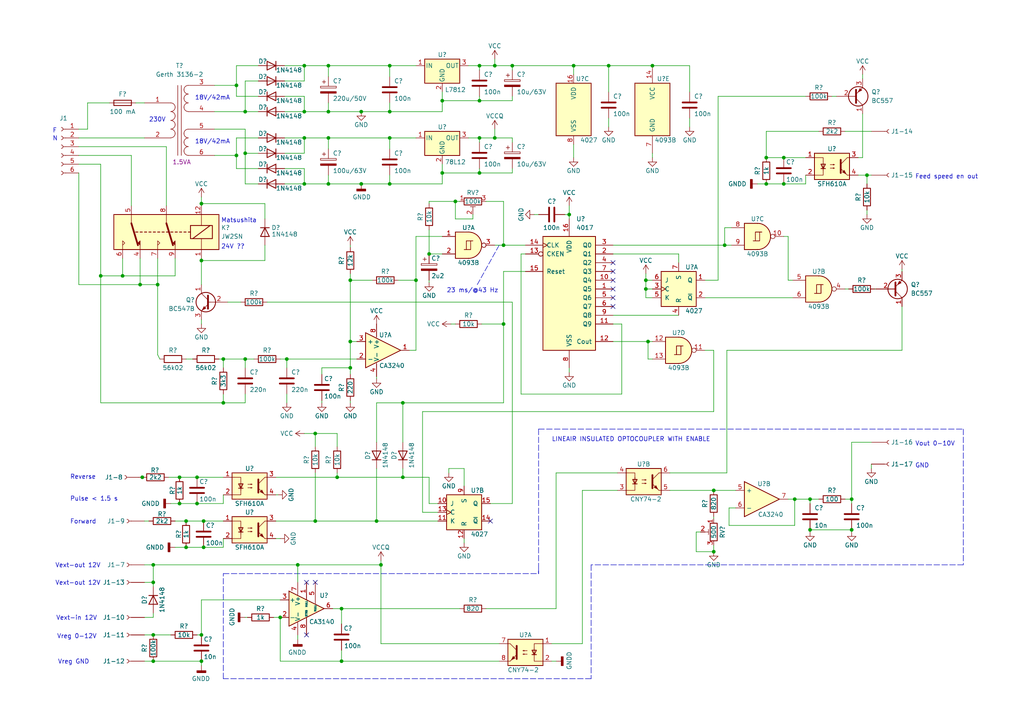
<source format=kicad_sch>
(kicad_sch (version 20211123) (generator eeschema)
  (paper "A4")
  (title_block (title "Power supply, motor reversal, timers.") (date "2025-03-26") (rev "0") (company "EPH-Elektronik") (comment 1 "EPH-281A") (comment 4 "Reverse engineering by 'rev-eng'."))
  (lib_symbols
    (symbol "4xxx:4017" (pin_names (offset 1.016))
      (property "Reference" "U" (at -7.62 16.51 0))
      (property "Value" "4017" (at -7.62 -19.05 0))
      (symbol "4017_1_0"
        (pin output line (at 12.7 0 180) (length 5.08) (name "Q5") (number "1"))
        (pin output line (at 12.7 2.54 180) (length 5.08) (name "Q4") (number "10"))
        (pin output line (at 12.7 -10.16 180) (length 5.08) (name "Q9") (number "11"))
        (pin output line (at 12.7 -15.24 180) (length 5.08) (name "Cout") (number "12"))
        (pin input inverted (at -12.7 10.16 0) (length 5.08) (name "CKEN") (number "13"))
        (pin input clock (at -12.7 12.7 0) (length 5.08) (name "CLK") (number "14"))
        (pin input line (at -12.7 5.08 0) (length 5.08) (name "Reset") (number "15"))
        (pin power_in line (at 0 20.32 270) (length 5.08) (name "VDD") (number "16"))
        (pin output line (at 12.7 10.16 180) (length 5.08) (name "Q1") (number "2"))
        (pin output line (at 12.7 12.7 180) (length 5.08) (name "Q0") (number "3"))
        (pin output line (at 12.7 7.62 180) (length 5.08) (name "Q2") (number "4"))
        (pin output line (at 12.7 -2.54 180) (length 5.08) (name "Q6") (number "5"))
        (pin output line (at 12.7 -5.08 180) (length 5.08) (name "Q7") (number "6"))
        (pin output line (at 12.7 5.08 180) (length 5.08) (name "Q3") (number "7"))
        (pin power_in line (at 0 -22.86 90) (length 5.08) (name "VSS") (number "8"))
        (pin output line (at 12.7 -7.62 180) (length 5.08) (name "Q8") (number "9"))
      )
    )
    (symbol "4xxx:4027" (pin_names (offset 1.016))
      (property "Reference" "U" (at -7.62 8.89 0))
      (property "Value" "4027" (at -7.62 -8.89 0))
      (symbol "4027_1_1"
        (pin output line (at 7.62 2.54 180) (length 2.54) (name "Q") (number "1"))
        (pin output line (at 7.62 -2.54 180) (length 2.54) (name "~{Q}") (number "2"))
        (pin input clock (at -7.62 0 0) (length 2.54) (name "C") (number "3"))
        (pin input line (at 0 -7.62 90) (length 2.54) (name "R") (number "4"))
        (pin input line (at -7.62 -2.54 0) (length 2.54) (name "K") (number "5"))
        (pin input line (at -7.62 2.54 0) (length 2.54) (name "J") (number "6"))
        (pin input line (at 0 7.62 270) (length 2.54) (name "S") (number "7"))
      )
      (symbol "4027_2_1"
        (pin input line (at -7.62 2.54 0) (length 2.54) (name "J") (number "10"))
        (pin input line (at -7.62 -2.54 0) (length 2.54) (name "K") (number "11"))
        (pin input line (at 0 -7.62 90) (length 2.54) (name "R") (number "12"))
        (pin input clock (at -7.62 0 0) (length 2.54) (name "C") (number "13"))
        (pin output line (at 7.62 -2.54 180) (length 2.54) (name "~{Q}") (number "14"))
        (pin output line (at 7.62 2.54 180) (length 2.54) (name "Q") (number "15"))
        (pin input line (at 0 7.62 270) (length 2.54) (name "S") (number "9"))
      )
      (symbol "4027_3_0"
        (pin power_in line (at 0 10.16 270) (length 2.54) (name "VDD") (number "16"))
        (pin power_in line (at 0 -10.16 90) (length 2.54) (name "VSS") (number "8"))
      )
    )
    (symbol "4xxx:HEF4093B" (pin_names (offset 1.016))
      (property "Reference" "U" (at 0 1.27 0))
      (property "Value" "HEF4093B" (at 0 -1.27 0))
      (symbol "HEF4093B_1_1"
        (pin input line (at -7.62 2.54 0) (length 3.81) (name "~") (number "1"))
        (pin input line (at -7.62 -2.54 0) (length 3.81) (name "~") (number "2"))
        (pin output inverted (at 7.62 0 180) (length 3.81) (name "~") (number "3"))
      )
      (symbol "HEF4093B_1_2"
        (pin input inverted (at -7.62 2.54 0) (length 4.318) (name "~") (number "1"))
        (pin input inverted (at -7.62 -2.54 0) (length 4.318) (name "~") (number "2"))
        (pin output line (at 7.62 0 180) (length 3.81) (name "~") (number "3"))
      )
      (symbol "HEF4093B_2_1"
        (pin output inverted (at 7.62 0 180) (length 3.81) (name "~") (number "4"))
        (pin input line (at -7.62 2.54 0) (length 3.81) (name "~") (number "5"))
        (pin input line (at -7.62 -2.54 0) (length 3.81) (name "~") (number "6"))
      )
      (symbol "HEF4093B_2_2"
        (pin output line (at 7.62 0 180) (length 3.81) (name "~") (number "4"))
        (pin input inverted (at -7.62 2.54 0) (length 4.318) (name "~") (number "5"))
        (pin input inverted (at -7.62 -2.54 0) (length 4.318) (name "~") (number "6"))
      )
      (symbol "HEF4093B_3_1"
        (pin output inverted (at 7.62 0 180) (length 3.81) (name "~") (number "10"))
        (pin input line (at -7.62 2.54 0) (length 3.81) (name "~") (number "8"))
        (pin input line (at -7.62 -2.54 0) (length 3.81) (name "~") (number "9"))
      )
      (symbol "HEF4093B_3_2"
        (pin output line (at 7.62 0 180) (length 3.81) (name "~") (number "10"))
        (pin input inverted (at -7.62 2.54 0) (length 4.318) (name "~") (number "8"))
        (pin input inverted (at -7.62 -2.54 0) (length 4.318) (name "~") (number "9"))
      )
      (symbol "HEF4093B_4_1"
        (pin output inverted (at 7.62 0 180) (length 3.81) (name "~") (number "11"))
        (pin input line (at -7.62 2.54 0) (length 3.81) (name "~") (number "12"))
        (pin input line (at -7.62 -2.54 0) (length 3.81) (name "~") (number "13"))
      )
      (symbol "HEF4093B_4_2"
        (pin output line (at 7.62 0 180) (length 3.81) (name "~") (number "11"))
        (pin input inverted (at -7.62 2.54 0) (length 4.318) (name "~") (number "12"))
        (pin input inverted (at -7.62 -2.54 0) (length 4.318) (name "~") (number "13"))
      )
      (symbol "HEF4093B_5_0"
        (pin power_in line (at 0 12.7 270) (length 5.08) (name "VCC") (number "14"))
        (pin power_in line (at 0 -12.7 90) (length 5.08) (name "GND") (number "7"))
      )
    )
    (symbol "Amplifier_Operational:CA3140" (pin_names (offset 0.127))
      (property "Reference" "U" (at 6.35 5.08 0))
      (property "Value" "CA3140" (at 6.35 2.54 0))
      (symbol "CA3140_1_1"
        (pin passive line (at 0 7.62 270) (length 5.08) (name "NULL") (number "1"))
        (pin input line (at -7.62 -2.54 0) (length 2.54) (name "-") (number "2"))
        (pin input line (at -7.62 2.54 0) (length 2.54) (name "+") (number "3"))
        (pin power_in line (at -2.54 -7.62 90) (length 3.81) (name "V-") (number "4"))
        (pin passive line (at 2.54 7.62 270) (length 6.35) (name "NULL") (number "5"))
        (pin output line (at 7.62 0 180) (length 2.54) (name "~") (number "6"))
        (pin power_in line (at -2.54 7.62 270) (length 3.81) (name "V+") (number "7"))
        (pin passive line (at 0 -7.62 90) (length 5.08) (name "STRB") (number "8"))
      )
    )
    (symbol "Connector:Conn_01x01_Female" (pin_numbers hide) (pin_names (offset 1.016) hide)
      (property "Reference" "J" (at 0 2.54 0))
      (property "Value" "Conn_01x01_Female" (at 0 -2.54 0))
      (symbol "Conn_01x01_Female_1_1"
        (pin passive line (at -5.08 0 0) (length 3.81) (name "Pin_1") (number "1"))
      )
    )
    (symbol "Connector:Conn_01x06_Female" (pin_names (offset 1.016) hide)
      (property "Reference" "J" (at 0 7.62 0))
      (property "Value" "Conn_01x06_Female" (at 0 -10.16 0))
      (symbol "Conn_01x06_Female_1_1"
        (pin passive line (at -5.08 5.08 0) (length 3.81) (name "Pin_1") (number "1"))
        (pin passive line (at -5.08 2.54 0) (length 3.81) (name "Pin_2") (number "2"))
        (pin passive line (at -5.08 0 0) (length 3.81) (name "Pin_3") (number "3"))
        (pin passive line (at -5.08 -2.54 0) (length 3.81) (name "Pin_4") (number "4"))
        (pin passive line (at -5.08 -5.08 0) (length 3.81) (name "Pin_5") (number "5"))
        (pin passive line (at -5.08 -7.62 0) (length 3.81) (name "Pin_6") (number "6"))
      )
    )
    (symbol "Device:C" (pin_numbers hide) (pin_names (offset 0.254))
      (property "Reference" "C" (at 0.635 2.54 0))
      (property "Value" "C" (at 0.635 -2.54 0))
      (symbol "C_1_1"
        (pin passive line (at 0 3.81 270) (length 2.794) (name "~") (number "1"))
        (pin passive line (at 0 -3.81 90) (length 2.794) (name "~") (number "2"))
      )
    )
    (symbol "Device:C_Polarized" (pin_numbers hide) (pin_names (offset 0.254))
      (property "Reference" "C" (at 0.635 2.54 0))
      (property "Value" "C_Polarized" (at 0.635 -2.54 0))
      (symbol "C_Polarized_1_1"
        (pin passive line (at 0 3.81 270) (length 2.794) (name "~") (number "1"))
        (pin passive line (at 0 -3.81 90) (length 2.794) (name "~") (number "2"))
      )
    )
    (symbol "Device:D" (pin_numbers hide) (pin_names (offset 1.016) hide)
      (property "Reference" "D" (at 0 2.54 0))
      (property "Value" "D" (at 0 -2.54 0))
      (symbol "D_1_1"
        (pin passive line (at -3.81 0 0) (length 2.54) (name "K") (number "1"))
        (pin passive line (at 3.81 0 180) (length 2.54) (name "A") (number "2"))
      )
    )
    (symbol "Device:Fuse" (pin_numbers hide) (pin_names (offset 0))
      (property "Reference" "F" (at 2.032 0 90))
      (property "Value" "Fuse" (at -1.905 0 90))
      (symbol "Fuse_1_1"
        (pin passive line (at 0 3.81 270) (length 1.27) (name "~") (number "1"))
        (pin passive line (at 0 -3.81 90) (length 1.27) (name "~") (number "2"))
      )
    )
    (symbol "Device:Opamp_Dual"
      (property "Reference" "U" (at 0 5.08 0))
      (property "Value" "Opamp_Dual" (at 0 -5.08 0))
      (symbol "Opamp_Dual_1_1"
        (pin output line (at 7.62 0 180) (length 2.54) (name "~") (number "1"))
        (pin input line (at -7.62 -2.54 0) (length 2.54) (name "-") (number "2"))
        (pin input line (at -7.62 2.54 0) (length 2.54) (name "+") (number "3"))
      )
      (symbol "Opamp_Dual_2_1"
        (pin input line (at -7.62 2.54 0) (length 2.54) (name "+") (number "5"))
        (pin input line (at -7.62 -2.54 0) (length 2.54) (name "-") (number "6"))
        (pin output line (at 7.62 0 180) (length 2.54) (name "~") (number "7"))
      )
      (symbol "Opamp_Dual_3_1"
        (pin power_in line (at -2.54 -7.62 90) (length 3.81) (name "V-") (number "4"))
        (pin power_in line (at -2.54 7.62 270) (length 3.81) (name "V+") (number "8"))
      )
    )
    (symbol "Device:R" (pin_numbers hide) (pin_names (offset 0))
      (property "Reference" "R" (at 2.032 0 90))
      (property "Value" "R" (at 0 0 90))
      (symbol "R_1_1"
        (pin passive line (at 0 3.81 270) (length 1.27) (name "~") (number "1"))
        (pin passive line (at 0 -3.81 90) (length 1.27) (name "~") (number "2"))
      )
    )
    (symbol "Device:R_Potentiometer_Trim" (pin_names (offset 1.016) hide)
      (property "Reference" "RV" (at -4.445 0 90))
      (property "Value" "R_Potentiometer_Trim" (at -2.54 0 90))
      (symbol "R_Potentiometer_Trim_1_1"
        (pin passive line (at 0 3.81 270) (length 1.27) (name "1") (number "1"))
        (pin passive line (at 3.81 0 180) (length 1.27) (name "2") (number "2"))
        (pin passive line (at 0 -3.81 90) (length 1.27) (name "3") (number "3"))
      )
    )
    (symbol "Device:Transformer_1P_2S" (pin_names (offset 1.016) hide)
      (property "Reference" "T" (at 0 12.7 0))
      (property "Value" "Transformer_1P_2S" (at 0 -12.7 0))
      (symbol "Transformer_1P_2S_1_1"
        (pin passive line (at -10.16 5.08 0) (length 7.62) (name "AA") (number "1"))
        (pin passive line (at -10.16 -5.08 0) (length 7.62) (name "AB") (number "2"))
        (pin passive line (at 10.16 10.16 180) (length 7.62) (name "SA") (number "3"))
        (pin passive line (at 10.16 2.54 180) (length 7.62) (name "SB") (number "4"))
        (pin passive line (at 10.16 -2.54 180) (length 7.62) (name "SC") (number "5"))
        (pin passive line (at 10.16 -10.16 180) (length 7.62) (name "SD") (number "6"))
      )
    )
    (symbol "Isolator:ILD74" (pin_names (offset 1.016))
      (property "Reference" "U" (at -5.08 5.08 0))
      (property "Value" "ILD74" (at 0 5.08 0))
      (symbol "ILD74_1_1"
        (pin passive line (at -7.62 2.54 0) (length 2.54) (name "~") (number "1"))
        (pin passive line (at -7.62 -2.54 0) (length 2.54) (name "~") (number "2"))
        (pin passive line (at 7.62 2.54 180) (length 2.54) (name "~") (number "7"))
        (pin passive line (at 7.62 -2.54 180) (length 2.54) (name "~") (number "8"))
      )
      (symbol "ILD74_2_1"
        (pin passive line (at -7.62 -2.54 0) (length 2.54) (name "~") (number "3"))
        (pin passive line (at -7.62 2.54 0) (length 2.54) (name "~") (number "4"))
        (pin passive line (at 7.62 -2.54 180) (length 2.54) (name "~") (number "5"))
        (pin passive line (at 7.62 2.54 180) (length 2.54) (name "~") (number "6"))
      )
    )
    (symbol "Regulator_Linear:L7812" (pin_names (offset 0.254))
      (property "Reference" "U" (at -3.81 3.175 0))
      (property "Value" "L7812" (at 0 3.175 0))
      (symbol "L7812_1_1"
        (pin power_in line (at -7.62 0 0) (length 2.54) (name "IN") (number "1"))
        (pin power_in line (at 0 -7.62 90) (length 2.54) (name "GND") (number "2"))
        (pin power_out line (at 7.62 0 180) (length 2.54) (name "OUT") (number "3"))
      )
    )
    (symbol "Transistor_BJT:BC547" (pin_names (offset 0) hide)
      (property "Reference" "Q" (at 5.08 1.905 0))
      (property "Value" "BC547" (at 5.08 0 0))
      (symbol "BC547_1_1"
        (pin passive line (at 2.54 5.08 270) (length 2.54) (name "C") (number "1"))
        (pin input line (at -5.08 0 0) (length 5.08) (name "B") (number "2"))
        (pin passive line (at 2.54 -5.08 90) (length 2.54) (name "E") (number "3"))
      )
    )
    (symbol "Transistor_BJT:BC557" (pin_names (offset 0) hide)
      (property "Reference" "Q" (at 5.08 1.905 0))
      (property "Value" "BC557" (at 5.08 0 0))
      (symbol "BC557_1_1"
        (pin passive line (at 2.54 5.08 270) (length 2.54) (name "C") (number "1"))
        (pin input line (at -5.08 0 0) (length 5.715) (name "B") (number "2"))
        (pin passive line (at 2.54 -5.08 90) (length 2.54) (name "E") (number "3"))
      )
    )
    (symbol "power:GND" (power) (pin_names (offset 0))
      (property "Value" "GND" (at 0 -3.81 0))
      (symbol "GND_1_1"
        (pin power_in line (at 0 0 270) (length 0) hide (name "GND") (number "1"))
      )
    )
    (symbol "power:GNDD" (power) (pin_names (offset 0))
      (property "Value" "GNDD" (at 0 -3.175 0))
      (symbol "GNDD_1_1"
        (pin power_in line (at 0 0 270) (length 0) hide (name "GNDD") (number "1"))
      )
    )
    (symbol "power:VCC" (power) (pin_names (offset 0))
      (property "Value" "VCC" (at 0 3.81 0))
      (symbol "VCC_1_1"
        (pin power_in line (at 0 0 90) (length 0) hide (name "VCC") (number "1"))
      )
    )
    (symbol "power:VCCQ" (power) (pin_names (offset 0))
      (property "Value" "VCCQ" (at 0 3.81 0))
      (symbol "VCCQ_1_1"
        (pin power_in line (at 0 0 90) (length 0) hide (name "VCCQ") (number "1"))
      )
    )
    (symbol "private:JW2SN"
      (property "Reference" "K" (at 16.51 3.81 0))
      (property "Value" "JW2SN" (at 16.51 1.27 0))
      (symbol "JW2SN_1_1"
        (pin passive line (at -10.16 7.62 270) (length 2.54) (name "~") (number "1"))
        (pin passive line (at -10.16 -7.62 90) (length 2.54) (name "~") (number "12"))
        (pin passive line (at 7.62 7.62 270) (length 2.54) (name "~") (number "4"))
        (pin passive line (at 10.16 -7.62 90) (length 2.54) (name "~") (number "5"))
        (pin passive line (at 12.7 7.62 270) (length 2.54) (name "~") (number "6"))
        (pin passive line (at 2.54 7.62 270) (length 2.54) (name "~") (number "7"))
        (pin passive line (at 0 -7.62 90) (length 2.54) (name "~") (number "8"))
        (pin passive line (at -2.54 7.62 270) (length 2.54) (name "~") (number "9"))
      )
    )
    (symbol "private:SFH610A" (pin_names (offset 1.016))
      (property "Reference" "U" (at -0.762 4.953 0))
      (property "Value" "SFH610A" (at -3.937 -5.207 0))
      (symbol "SFH610A_1_1"
        (pin passive line (at -7.62 2.54 0) (length 2.54) (name "~") (number "1"))
        (pin passive line (at -7.62 -2.54 0) (length 2.54) (name "~") (number "2"))
        (pin passive line (at 7.62 2.54 180) (length 2.54) (name "~") (number "3"))
        (pin passive line (at 7.62 -2.54 180) (length 2.54) (name "~") (number "4"))
      )
    )
  )
  (junction (at 95.25 19.05))
  (junction (at 176.53 19.05))
  (junction (at 53.975 158.75))
  (junction (at 91.44 125.73))
  (junction (at 99.06 191.77))
  (junction (at 116.84 138.43))
  (junction (at 113.03 40.005))
  (junction (at 95.25 32.385))
  (junction (at 53.975 151.13))
  (junction (at 146.05 71.12))
  (junction (at 247.015 153.67))
  (junction (at 52.07 146.05))
  (junction (at 81.28 179.07))
  (junction (at 104.775 32.385))
  (junction (at 44.45 163.83))
  (junction (at 83.185 104.14))
  (junction (at 35.56 80.01))
  (junction (at 165.1 62.23))
  (junction (at 95.25 53.34))
  (junction (at 227.33 53.34))
  (junction (at 59.055 158.75))
  (junction (at 64.77 116.84))
  (junction (at 99.06 176.53))
  (junction (at 86.36 163.83))
  (junction (at 91.44 151.13))
  (junction (at 230.505 144.78))
  (junction (at 41.275 138.43))
  (junction (at 116.84 116.84))
  (junction (at 101.6 81.28))
  (junction (at 247.015 144.78))
  (junction (at 120.65 81.28))
  (junction (at 148.59 19.05))
  (junction (at 139.065 29.21))
  (junction (at 128.27 50.165))
  (junction (at 113.03 53.34))
  (junction (at 58.42 59.055))
  (junction (at 187.96 99.06))
  (junction (at 113.03 19.05))
  (junction (at 44.45 184.15))
  (junction (at 40.64 82.55))
  (junction (at 187.325 81.28))
  (junction (at 139.065 19.05))
  (junction (at 227.33 45.72))
  (junction (at 113.03 32.385))
  (junction (at 104.775 53.34))
  (junction (at 139.065 40.005))
  (junction (at 88.265 32.385))
  (junction (at 143.51 19.05))
  (junction (at 128.27 29.21))
  (junction (at 132.08 58.42))
  (junction (at 187.325 83.82))
  (junction (at 234.95 153.67))
  (junction (at 57.15 146.05))
  (junction (at 57.15 138.43))
  (junction (at 139.065 50.165))
  (junction (at 101.6 106.68))
  (junction (at 68.58 45.085))
  (junction (at 101.6 99.06))
  (junction (at 166.37 19.05))
  (junction (at 207.01 142.24))
  (junction (at 58.42 75.565))
  (junction (at 109.22 151.13))
  (junction (at 59.055 151.13))
  (junction (at 251.46 50.8))
  (junction (at 146.05 93.98))
  (junction (at 68.58 24.765))
  (junction (at 110.49 163.83))
  (junction (at 97.79 138.43))
  (junction (at 189.23 19.05))
  (junction (at 58.42 191.77))
  (junction (at 52.07 138.43))
  (junction (at 207.01 160.02))
  (junction (at 64.77 104.14))
  (junction (at 58.42 184.15))
  (junction (at 29.21 80.01))
  (junction (at 71.12 32.385))
  (junction (at 44.45 191.77))
  (junction (at 222.25 45.72))
  (junction (at 95.25 40.005))
  (junction (at 234.95 144.78))
  (junction (at 88.265 19.05))
  (junction (at 71.12 44.45))
  (junction (at 210.185 71.12))
  (junction (at 44.45 168.91))
  (junction (at 45.72 82.55))
  (junction (at 88.265 40.005))
  (junction (at 143.51 40.005))
  (junction (at 222.25 53.34))
  (junction (at 124.46 73.66))
  (junction (at 71.12 104.14))
  (junction (at 88.265 53.34))
  (no_connect (at 177.8 81.28))
  (no_connect (at 88.9 184.15))
  (no_connect (at 177.8 83.82))
  (no_connect (at 91.44 168.91))
  (no_connect (at 177.8 76.2))
  (no_connect (at 177.8 78.74))
  (no_connect (at 177.8 88.9))
  (no_connect (at 177.8 86.36))
  (no_connect (at 142.24 151.13))
  (no_connect (at 88.9 168.91))
  (wire (pts (xy 113.03 19.05) (xy 113.03 22.225)))
  (wire (pts (xy 57.15 184.15) (xy 58.42 184.15)))
  (wire (pts (xy 68.58 27.94) (xy 74.93 27.94)))
  (wire (pts (xy 134.62 135.89) (xy 130.175 135.89)))
  (wire (pts (xy 176.53 34.29) (xy 176.53 36.83)))
  (wire (pts (xy 122.555 119.38) (xy 122.555 148.59)))
  (wire (pts (xy 95.25 32.385) (xy 88.265 32.385)))
  (wire (pts (xy 71.12 44.45) (xy 71.12 53.34)))
  (wire (pts (xy 88.265 32.385) (xy 82.55 32.385)))
  (wire (pts (xy 97.79 138.43) (xy 116.84 138.43)))
  (wire (pts (xy 200.025 34.29) (xy 200.025 36.83)))
  (wire (pts (xy 245.11 144.78) (xy 247.015 144.78)))
  (wire (pts (xy 139.065 50.165) (xy 148.59 50.165)))
  (wire (pts (xy 189.23 44.45) (xy 189.23 45.72)))
  (wire (pts (xy 88.265 125.73) (xy 91.44 125.73)))
  (wire (pts (xy 222.25 53.34) (xy 227.33 53.34)))
  (wire (pts (xy 29.21 116.84) (xy 64.77 116.84)))
  (wire (pts (xy 187.325 86.36) (xy 189.23 86.36)))
  (wire (pts (xy 74.93 44.45) (xy 71.12 44.45)))
  (wire (pts (xy 248.92 45.72) (xy 250.19 45.72)))
  (wire (pts (xy 82.55 19.05) (xy 88.265 19.05)))
  (wire (pts (xy 143.51 19.05) (xy 148.59 19.05)))
  (wire (pts (xy 127 148.59) (xy 122.555 148.59)))
  (polyline (pts (xy 64.77 196.85) (xy 64.77 166.37)))
  (wire (pts (xy 219.71 53.34) (xy 222.25 53.34)))
  (wire (pts (xy 66.04 87.63) (xy 69.85 87.63)))
  (wire (pts (xy 227.33 68.58) (xy 228.6 68.58)))
  (wire (pts (xy 124.46 58.42) (xy 132.08 58.42)))
  (wire (pts (xy 101.6 81.28) (xy 101.6 99.06)))
  (wire (pts (xy 204.47 101.6) (xy 207.01 101.6)))
  (wire (pts (xy 128.27 29.21) (xy 128.27 32.385)))
  (wire (pts (xy 41.91 179.07) (xy 44.45 179.07)))
  (wire (pts (xy 107.95 81.28) (xy 101.6 81.28)))
  (wire (pts (xy 222.25 38.1) (xy 222.25 45.72)))
  (wire (pts (xy 151.13 114.3) (xy 180.34 114.3)))
  (wire (pts (xy 230.505 144.78) (xy 230.505 152.4)))
  (wire (pts (xy 120.65 68.58) (xy 120.65 81.28)))
  (wire (pts (xy 177.8 71.12) (xy 210.185 71.12)))
  (wire (pts (xy 165.1 62.23) (xy 165.1 63.5)))
  (wire (pts (xy 86.36 163.83) (xy 110.49 163.83)))
  (wire (pts (xy 250.19 21.59) (xy 250.19 22.86)))
  (wire (pts (xy 113.03 50.8) (xy 113.03 53.34)))
  (wire (pts (xy 140.97 58.42) (xy 146.05 58.42)))
  (wire (pts (xy 81.28 173.99) (xy 58.42 173.99)))
  (wire (pts (xy 160.02 186.69) (xy 168.91 186.69)))
  (wire (pts (xy 40.64 82.55) (xy 40.64 74.93)))
  (wire (pts (xy 44.45 163.83) (xy 86.36 163.83)))
  (wire (pts (xy 83.185 104.14) (xy 83.185 106.68)))
  (wire (pts (xy 251.46 50.8) (xy 252.73 50.8)))
  (wire (pts (xy 148.59 27.94) (xy 148.59 29.21)))
  (wire (pts (xy 71.12 116.84) (xy 64.77 116.84)))
  (polyline (pts (xy 171.45 163.83) (xy 171.45 196.85)))
  (wire (pts (xy 151.13 73.66) (xy 151.13 114.3)))
  (wire (pts (xy 128.27 29.21) (xy 139.065 29.21)))
  (polyline (pts (xy 144.78 71.12) (xy 138.43 82.55)))
  (wire (pts (xy 91.44 125.73) (xy 91.44 129.54)))
  (wire (pts (xy 139.065 19.05) (xy 143.51 19.05)))
  (wire (pts (xy 194.31 137.16) (xy 210.82 137.16)))
  (wire (pts (xy 148.59 87.63) (xy 148.59 146.05)))
  (wire (pts (xy 83.185 104.14) (xy 103.505 104.14)))
  (wire (pts (xy 187.325 81.28) (xy 187.325 83.82)))
  (wire (pts (xy 148.59 19.05) (xy 148.59 20.32)))
  (wire (pts (xy 48.895 138.43) (xy 52.07 138.43)))
  (wire (pts (xy 22.86 50.165) (xy 22.86 82.55)))
  (wire (pts (xy 82.55 48.895) (xy 88.265 48.895)))
  (wire (pts (xy 177.8 93.98) (xy 180.34 93.98)))
  (wire (pts (xy 124.46 73.66) (xy 128.27 73.66)))
  (wire (pts (xy 71.12 37.465) (xy 71.12 44.45)))
  (wire (pts (xy 50.8 158.75) (xy 53.975 158.75)))
  (wire (pts (xy 146.05 78.74) (xy 146.05 93.98)))
  (wire (pts (xy 234.95 144.78) (xy 234.95 146.05)))
  (wire (pts (xy 180.34 114.3) (xy 180.34 93.98)))
  (wire (pts (xy 252.73 128.27) (xy 247.015 128.27)))
  (wire (pts (xy 53.975 104.14) (xy 55.88 104.14)))
  (wire (pts (xy 95.25 29.845) (xy 95.25 32.385)))
  (wire (pts (xy 97.79 125.73) (xy 97.79 129.54)))
  (wire (pts (xy 52.07 138.43) (xy 57.15 138.43)))
  (wire (pts (xy 128.27 50.165) (xy 139.065 50.165)))
  (wire (pts (xy 261.62 78.105) (xy 261.62 78.74)))
  (wire (pts (xy 207.01 158.115) (xy 207.01 160.02)))
  (wire (pts (xy 25.4 29.845) (xy 31.75 29.845)))
  (wire (pts (xy 59.055 158.75) (xy 64.77 158.75)))
  (wire (pts (xy 22.86 37.465) (xy 25.4 37.465)))
  (wire (pts (xy 88.265 27.94) (xy 88.265 32.385)))
  (wire (pts (xy 22.86 42.545) (xy 48.26 42.545)))
  (wire (pts (xy 95.25 53.34) (xy 88.265 53.34)))
  (wire (pts (xy 58.42 59.055) (xy 58.42 59.69)))
  (wire (pts (xy 222.25 45.72) (xy 227.33 45.72)))
  (wire (pts (xy 146.05 78.74) (xy 152.4 78.74)))
  (wire (pts (xy 237.49 38.1) (xy 222.25 38.1)))
  (wire (pts (xy 207.01 160.02) (xy 201.93 160.02)))
  (wire (pts (xy 210.82 101.6) (xy 210.82 137.16)))
  (wire (pts (xy 71.12 32.385) (xy 74.93 32.385)))
  (wire (pts (xy 234.95 153.67) (xy 247.015 153.67)))
  (wire (pts (xy 95.25 19.05) (xy 95.25 22.225)))
  (wire (pts (xy 91.44 125.73) (xy 97.79 125.73)))
  (wire (pts (xy 58.42 75.565) (xy 58.42 82.55)))
  (wire (pts (xy 116.84 138.43) (xy 124.46 138.43)))
  (wire (pts (xy 241.3 27.94) (xy 242.57 27.94)))
  (wire (pts (xy 130.81 93.98) (xy 132.08 93.98)))
  (wire (pts (xy 211.455 152.4) (xy 211.455 147.32)))
  (wire (pts (xy 101.6 71.12) (xy 101.6 71.755)))
  (wire (pts (xy 143.51 40.005) (xy 148.59 40.005)))
  (wire (pts (xy 122.555 119.38) (xy 207.01 119.38)))
  (wire (pts (xy 200.025 19.05) (xy 200.025 26.67)))
  (wire (pts (xy 29.21 80.01) (xy 35.56 80.01)))
  (wire (pts (xy 161.29 137.16) (xy 161.29 176.53)))
  (wire (pts (xy 58.42 191.77) (xy 58.42 193.04)))
  (wire (pts (xy 247.015 153.67) (xy 247.015 154.305)))
  (wire (pts (xy 39.37 29.845) (xy 41.91 29.845)))
  (wire (pts (xy 139.065 40.005) (xy 143.51 40.005)))
  (wire (pts (xy 124.46 146.05) (xy 127 146.05)))
  (wire (pts (xy 116.84 135.89) (xy 116.84 138.43)))
  (wire (pts (xy 211.455 147.32) (xy 213.36 147.32)))
  (wire (pts (xy 139.065 48.895) (xy 139.065 50.165)))
  (wire (pts (xy 160.02 191.77) (xy 161.29 191.77)))
  (wire (pts (xy 97.79 137.16) (xy 97.79 138.43)))
  (wire (pts (xy 86.36 168.91) (xy 86.36 163.83)))
  (polyline (pts (xy 279.4 124.46) (xy 279.4 163.83)))
  (wire (pts (xy 68.58 19.05) (xy 68.58 24.765)))
  (wire (pts (xy 251.46 50.8) (xy 251.46 53.34)))
  (wire (pts (xy 88.265 23.495) (xy 82.55 23.495)))
  (wire (pts (xy 71.12 53.34) (xy 74.93 53.34)))
  (wire (pts (xy 86.36 184.15) (xy 86.36 185.42)))
  (wire (pts (xy 80.01 143.51) (xy 80.645 143.51)))
  (wire (pts (xy 230.505 144.78) (xy 234.95 144.78)))
  (wire (pts (xy 124.46 138.43) (xy 124.46 146.05)))
  (wire (pts (xy 135.89 40.005) (xy 139.065 40.005)))
  (wire (pts (xy 64.77 143.51) (xy 64.77 146.05)))
  (wire (pts (xy 45.72 102.87) (xy 46.355 104.14)))
  (wire (pts (xy 25.4 29.845) (xy 25.4 37.465)))
  (wire (pts (xy 22.86 47.625) (xy 29.21 47.625)))
  (wire (pts (xy 120.65 81.28) (xy 120.65 101.6)))
  (wire (pts (xy 109.22 151.13) (xy 127 151.13)))
  (wire (pts (xy 49.53 146.05) (xy 52.07 146.05)))
  (wire (pts (xy 252.73 134.62) (xy 252.73 135.89)))
  (wire (pts (xy 230.505 152.4) (xy 211.455 152.4)))
  (wire (pts (xy 40.005 138.43) (xy 41.275 138.43)))
  (wire (pts (xy 148.59 40.005) (xy 148.59 41.275)))
  (wire (pts (xy 139.065 40.005) (xy 139.065 41.275)))
  (wire (pts (xy 99.06 191.77) (xy 144.78 191.77)))
  (wire (pts (xy 101.6 79.375) (xy 101.6 81.28)))
  (wire (pts (xy 113.03 40.005) (xy 120.65 40.005)))
  (wire (pts (xy 58.42 57.15) (xy 58.42 59.055)))
  (wire (pts (xy 227.33 45.72) (xy 233.68 45.72)))
  (wire (pts (xy 166.37 41.91) (xy 166.37 45.72)))
  (wire (pts (xy 207.01 101.6) (xy 207.01 119.38)))
  (wire (pts (xy 57.15 138.43) (xy 64.77 138.43)))
  (wire (pts (xy 88.265 19.05) (xy 95.25 19.05)))
  (wire (pts (xy 50.8 151.13) (xy 53.975 151.13)))
  (wire (pts (xy 45.72 82.55) (xy 40.64 82.55)))
  (wire (pts (xy 44.45 168.91) (xy 44.45 170.18)))
  (wire (pts (xy 38.1 45.085) (xy 38.1 59.69)))
  (polyline (pts (xy 171.45 196.85) (xy 64.77 196.85)))
  (wire (pts (xy 71.12 23.495) (xy 71.12 32.385)))
  (wire (pts (xy 210.82 101.6) (xy 261.62 101.6)))
  (wire (pts (xy 146.05 71.12) (xy 152.4 71.12)))
  (wire (pts (xy 62.23 32.385) (xy 71.12 32.385)))
  (wire (pts (xy 250.19 33.02) (xy 250.19 45.72)))
  (wire (pts (xy 96.52 176.53) (xy 99.06 176.53)))
  (wire (pts (xy 163.83 62.23) (xy 165.1 62.23)))
  (wire (pts (xy 165.1 106.68) (xy 165.1 107.95)))
  (wire (pts (xy 99.06 176.53) (xy 99.06 180.975)))
  (wire (pts (xy 79.375 179.07) (xy 81.28 179.07)))
  (wire (pts (xy 124.46 66.675) (xy 124.46 73.66)))
  (wire (pts (xy 41.91 151.13) (xy 43.18 151.13)))
  (polyline (pts (xy 279.4 163.83) (xy 171.45 163.83)))
  (wire (pts (xy 245.11 38.1) (xy 252.73 38.1)))
  (wire (pts (xy 62.23 24.765) (xy 68.58 24.765)))
  (wire (pts (xy 104.775 32.385) (xy 113.03 32.385)))
  (wire (pts (xy 128.27 47.625) (xy 128.27 50.165)))
  (wire (pts (xy 110.49 186.69) (xy 144.78 186.69)))
  (wire (pts (xy 95.25 50.8) (xy 95.25 53.34)))
  (wire (pts (xy 228.6 81.28) (xy 229.87 81.28)))
  (wire (pts (xy 101.6 106.68) (xy 101.6 108.585)))
  (wire (pts (xy 81.28 191.77) (xy 99.06 191.77)))
  (wire (pts (xy 134.62 140.97) (xy 134.62 135.89)))
  (wire (pts (xy 113.03 29.845) (xy 113.03 32.385)))
  (wire (pts (xy 135.89 19.05) (xy 139.065 19.05)))
  (wire (pts (xy 88.265 44.45) (xy 82.55 44.45)))
  (wire (pts (xy 80.01 138.43) (xy 97.79 138.43)))
  (wire (pts (xy 95.25 32.385) (xy 104.775 32.385)))
  (wire (pts (xy 91.44 137.16) (xy 91.44 151.13)))
  (wire (pts (xy 247.015 128.27) (xy 247.015 144.78)))
  (wire (pts (xy 154.94 62.23) (xy 156.21 62.23)))
  (wire (pts (xy 83.185 114.3) (xy 83.185 116.84)))
  (wire (pts (xy 41.91 191.77) (xy 44.45 191.77)))
  (wire (pts (xy 80.01 156.21) (xy 81.28 156.21)))
  (wire (pts (xy 93.345 106.68) (xy 93.345 108.585)))
  (wire (pts (xy 63.5 104.14) (xy 64.77 104.14)))
  (wire (pts (xy 74.93 23.495) (xy 71.12 23.495)))
  (wire (pts (xy 95.25 40.005) (xy 95.25 43.18)))
  (wire (pts (xy 41.91 168.91) (xy 44.45 168.91)))
  (wire (pts (xy 233.68 50.8) (xy 233.68 53.34)))
  (wire (pts (xy 99.06 188.595) (xy 99.06 191.77)))
  (wire (pts (xy 118.745 101.6) (xy 120.65 101.6)))
  (wire (pts (xy 137.16 63.5) (xy 132.08 63.5)))
  (wire (pts (xy 58.42 75.565) (xy 76.835 75.565)))
  (wire (pts (xy 110.49 162.56) (xy 110.49 163.83)))
  (wire (pts (xy 166.37 19.05) (xy 176.53 19.05)))
  (wire (pts (xy 64.77 156.21) (xy 64.77 158.75)))
  (wire (pts (xy 208.28 27.94) (xy 208.28 81.28)))
  (wire (pts (xy 143.51 71.12) (xy 146.05 71.12)))
  (wire (pts (xy 58.42 59.055) (xy 76.835 59.055)))
  (wire (pts (xy 120.65 81.28) (xy 115.57 81.28)))
  (wire (pts (xy 234.95 144.78) (xy 237.49 144.78)))
  (wire (pts (xy 148.59 19.05) (xy 166.37 19.05)))
  (wire (pts (xy 177.8 73.66) (xy 196.85 73.66)))
  (wire (pts (xy 41.91 163.83) (xy 44.45 163.83)))
  (wire (pts (xy 81.28 191.77) (xy 81.28 179.07)))
  (wire (pts (xy 93.345 116.205) (xy 93.345 116.84)))
  (wire (pts (xy 91.44 151.13) (xy 109.22 151.13)))
  (wire (pts (xy 148.59 50.165) (xy 148.59 48.895)))
  (wire (pts (xy 53.975 158.75) (xy 59.055 158.75)))
  (wire (pts (xy 251.46 60.96) (xy 251.46 62.23)))
  (wire (pts (xy 109.22 135.89) (xy 109.22 151.13)))
  (wire (pts (xy 109.22 116.84) (xy 116.84 116.84)))
  (wire (pts (xy 95.25 19.05) (xy 113.03 19.05)))
  (wire (pts (xy 57.15 146.05) (xy 64.77 146.05)))
  (wire (pts (xy 110.49 186.69) (xy 110.49 163.83)))
  (wire (pts (xy 203.2 154.305) (xy 201.93 154.305)))
  (wire (pts (xy 74.93 40.005) (xy 68.58 40.005)))
  (wire (pts (xy 22.86 45.085) (xy 38.1 45.085)))
  (wire (pts (xy 68.58 45.085) (xy 68.58 48.895)))
  (wire (pts (xy 187.325 83.82) (xy 187.325 86.36)))
  (wire (pts (xy 227.33 53.34) (xy 233.68 53.34)))
  (wire (pts (xy 189.23 19.05) (xy 200.025 19.05)))
  (wire (pts (xy 179.07 137.16) (xy 161.29 137.16)))
  (wire (pts (xy 128.27 68.58) (xy 120.65 68.58)))
  (wire (pts (xy 29.21 80.01) (xy 29.21 116.84)))
  (wire (pts (xy 64.77 114.3) (xy 64.77 116.84)))
  (wire (pts (xy 109.22 116.84) (xy 109.22 128.27)))
  (wire (pts (xy 187.96 104.14) (xy 189.23 104.14)))
  (wire (pts (xy 210.185 66.04) (xy 210.185 71.12)))
  (wire (pts (xy 196.85 76.2) (xy 196.85 73.66)))
  (wire (pts (xy 132.08 63.5) (xy 132.08 58.42)))
  (wire (pts (xy 228.6 144.78) (xy 230.505 144.78)))
  (wire (pts (xy 99.06 176.53) (xy 133.35 176.53)))
  (wire (pts (xy 139.7 93.98) (xy 146.05 93.98)))
  (wire (pts (xy 82.55 27.94) (xy 88.265 27.94)))
  (wire (pts (xy 45.72 102.87) (xy 45.72 82.55)))
  (wire (pts (xy 74.93 19.05) (xy 68.58 19.05)))
  (wire (pts (xy 146.05 58.42) (xy 146.05 71.12)))
  (wire (pts (xy 247.015 144.78) (xy 247.015 146.05)))
  (wire (pts (xy 128.27 26.67) (xy 128.27 29.21)))
  (wire (pts (xy 210.185 71.12) (xy 212.09 71.12)))
  (wire (pts (xy 22.86 40.005) (xy 41.91 40.005)))
  (wire (pts (xy 44.45 177.8) (xy 44.45 179.07)))
  (wire (pts (xy 68.58 48.895) (xy 74.93 48.895)))
  (wire (pts (xy 187.96 99.06) (xy 187.96 104.14)))
  (wire (pts (xy 187.325 79.375) (xy 187.325 81.28)))
  (wire (pts (xy 95.25 40.005) (xy 113.03 40.005)))
  (wire (pts (xy 109.22 109.22) (xy 109.22 109.855)))
  (wire (pts (xy 204.47 81.28) (xy 208.28 81.28)))
  (wire (pts (xy 88.265 53.34) (xy 82.55 53.34)))
  (wire (pts (xy 146.05 93.98) (xy 146.05 116.84)))
  (wire (pts (xy 41.91 184.15) (xy 44.45 184.15)))
  (wire (pts (xy 101.6 99.06) (xy 103.505 99.06)))
  (wire (pts (xy 104.775 53.34) (xy 113.03 53.34)))
  (wire (pts (xy 143.51 37.465) (xy 143.51 40.005)))
  (wire (pts (xy 82.55 40.005) (xy 88.265 40.005)))
  (wire (pts (xy 207.01 149.86) (xy 207.01 150.495)))
  (wire (pts (xy 29.21 47.625) (xy 29.21 80.01)))
  (wire (pts (xy 187.325 83.82) (xy 189.23 83.82)))
  (wire (pts (xy 22.86 82.55) (xy 40.64 82.55)))
  (wire (pts (xy 177.8 91.44) (xy 196.85 91.44)))
  (wire (pts (xy 201.93 160.02) (xy 201.93 154.305)))
  (polyline (pts (xy 156.21 124.46) (xy 279.4 124.46)))
  (wire (pts (xy 233.68 27.94) (xy 208.28 27.94)))
  (wire (pts (xy 68.58 24.765) (xy 68.58 27.94)))
  (wire (pts (xy 151.13 73.66) (xy 152.4 73.66)))
  (wire (pts (xy 187.96 99.06) (xy 189.23 99.06)))
  (wire (pts (xy 124.46 81.28) (xy 124.46 81.915)))
  (wire (pts (xy 116.84 116.84) (xy 116.84 128.27)))
  (wire (pts (xy 139.065 19.05) (xy 139.065 20.32)))
  (wire (pts (xy 44.45 184.15) (xy 49.53 184.15)))
  (wire (pts (xy 113.03 19.05) (xy 120.65 19.05)))
  (wire (pts (xy 132.08 58.42) (xy 133.35 58.42)))
  (wire (pts (xy 58.42 173.99) (xy 58.42 184.15)))
  (wire (pts (xy 88.265 48.895) (xy 88.265 53.34)))
  (wire (pts (xy 44.45 163.83) (xy 44.45 168.91)))
  (wire (pts (xy 140.97 176.53) (xy 161.29 176.53)))
  (wire (pts (xy 64.77 104.14) (xy 71.12 104.14)))
  (wire (pts (xy 166.37 21.59) (xy 166.37 19.05)))
  (wire (pts (xy 165.1 59.69) (xy 165.1 62.23)))
  (wire (pts (xy 101.6 99.06) (xy 101.6 106.68)))
  (wire (pts (xy 48.26 42.545) (xy 48.26 59.69)))
  (wire (pts (xy 52.07 146.05) (xy 57.15 146.05)))
  (wire (pts (xy 71.12 104.14) (xy 73.66 104.14)))
  (wire (pts (xy 245.11 83.82) (xy 246.126 83.82)))
  (wire (pts (xy 62.23 45.085) (xy 68.58 45.085)))
  (wire (pts (xy 71.12 114.3) (xy 71.12 116.84)))
  (wire (pts (xy 35.56 80.01) (xy 50.8 80.01)))
  (wire (pts (xy 176.53 19.05) (xy 189.23 19.05)))
  (wire (pts (xy 88.265 40.005) (xy 88.265 44.45)))
  (wire (pts (xy 88.265 19.05) (xy 88.265 23.495)))
  (wire (pts (xy 139.065 29.21) (xy 148.59 29.21)))
  (wire (pts (xy 116.84 116.84) (xy 146.05 116.84)))
  (wire (pts (xy 64.77 104.14) (xy 64.77 106.68)))
  (wire (pts (xy 50.8 80.01) (xy 50.8 74.93)))
  (wire (pts (xy 253.746 83.82) (xy 254 83.82)))
  (wire (pts (xy 179.07 142.24) (xy 168.91 142.24)))
  (wire (pts (xy 248.92 50.8) (xy 251.46 50.8)))
  (wire (pts (xy 58.42 74.93) (xy 58.42 75.565)))
  (wire (pts (xy 134.62 156.21) (xy 134.62 157.48)))
  (polyline (pts (xy 64.77 166.37) (xy 156.21 166.37)))
  (wire (pts (xy 168.91 142.24) (xy 168.91 186.69)))
  (wire (pts (xy 194.31 142.24) (xy 207.01 142.24)))
  (wire (pts (xy 113.03 32.385) (xy 128.27 32.385)))
  (wire (pts (xy 128.27 50.165) (xy 128.27 53.34)))
  (wire (pts (xy 261.62 88.9) (xy 261.62 101.6)))
  (wire (pts (xy 176.53 19.05) (xy 176.53 26.67)))
  (wire (pts (xy 71.12 104.14) (xy 71.12 106.68)))
  (wire (pts (xy 62.23 37.465) (xy 71.12 37.465)))
  (wire (pts (xy 76.835 59.055) (xy 76.835 63.5)))
  (wire (pts (xy 130.175 135.89) (xy 130.175 137.16)))
  (wire (pts (xy 93.345 106.68) (xy 101.6 106.68)))
  (wire (pts (xy 44.45 191.77) (xy 58.42 191.77)))
  (wire (pts (xy 139.065 27.94) (xy 139.065 29.21)))
  (wire (pts (xy 35.56 74.93) (xy 35.56 80.01)))
  (wire (pts (xy 77.47 87.63) (xy 148.59 87.63)))
  (wire (pts (xy 228.6 68.58) (xy 228.6 81.28)))
  (wire (pts (xy 204.47 86.36) (xy 229.87 86.36)))
  (wire (pts (xy 81.28 104.14) (xy 83.185 104.14)))
  (wire (pts (xy 143.51 17.145) (xy 143.51 19.05)))
  (polyline (pts (xy 156.21 124.46) (xy 156.21 166.37)))
  (wire (pts (xy 234.95 153.67) (xy 234.95 154.305)))
  (wire (pts (xy 101.6 116.205) (xy 101.6 116.84)))
  (wire (pts (xy 76.835 75.565) (xy 76.835 71.12)))
  (wire (pts (xy 71.12 179.07) (xy 71.755 179.07)))
  (wire (pts (xy 177.8 99.06) (xy 187.96 99.06)))
  (wire (pts (xy 95.25 53.34) (xy 104.775 53.34)))
  (polyline (pts (xy 156.21 166.37) (xy 156.21 165.1)))
  (wire (pts (xy 113.03 53.34) (xy 128.27 53.34)))
  (wire (pts (xy 68.58 40.005) (xy 68.58 45.085)))
  (wire (pts (xy 212.09 66.04) (xy 210.185 66.04)))
  (wire (pts (xy 59.055 151.13) (xy 64.77 151.13)))
  (wire (pts (xy 189.23 81.28) (xy 187.325 81.28)))
  (wire (pts (xy 80.01 151.13) (xy 91.44 151.13)))
  (wire (pts (xy 124.46 58.42) (xy 124.46 59.055)))
  (wire (pts (xy 45.72 74.93) (xy 45.72 82.55)))
  (wire (pts (xy 113.03 40.005) (xy 113.03 43.18)))
  (wire (pts (xy 53.975 151.13) (xy 59.055 151.13)))
  (wire (pts (xy 207.01 142.24) (xy 213.36 142.24)))
  (wire (pts (xy 88.265 40.005) (xy 95.25 40.005)))
  (wire (pts (xy 58.42 92.71) (xy 58.42 93.98)))
  (wire (pts (xy 142.24 146.05) (xy 148.59 146.05)))
  (wire (pts (xy 137.16 62.23) (xy 137.16 63.5)))
  (text "24V ??" (at 64.135 72.39 0) (effects (font (size 1.27 1.27)) (justify left bottom)))
  (text "Vreg GND" (at 16.764 192.786 0) (effects (font (size 1.27 1.27)) (justify left bottom)))
  (text "Vext-out 12V" (at 16.002 164.846 0) (effects (font (size 1.27 1.27)) (justify left bottom)))
  (text "Vext-out 12V" (at 16.002 169.926 0) (effects (font (size 1.27 1.27)) (justify left bottom)))
  (text "Pulse < 1.5 s" (at 20.32 145.542 0) (effects (font (size 1.27 1.27)) (justify left bottom)))
  (text "18V/42mA" (at 56.515 29.21 0) (effects (font (size 1.27 1.27)) (justify left bottom)))
  (text "Vreg 0-12V" (at 16.51 185.42 0) (effects (font (size 1.27 1.27)) (justify left bottom)))
  (text "Matsushita" (at 64.135 64.77 0) (effects (font (size 1.27 1.27)) (justify left bottom)))
  (text "23 ms/@43 Hz" (at 129.54 85.09 0) (effects (font (size 1.27 1.27)) (justify left bottom)))
  (text "18V/42mA" (at 56.515 41.91 0) (effects (font (size 1.27 1.27)) (justify left bottom)))
  (text "Reverse" (at 20.32 139.192 0) (effects (font (size 1.27 1.27)) (justify left bottom)))
  (text "Feed speed en out" (at 265.43 52.07 0) (effects (font (size 1.27 1.27)) (justify left bottom)))
  (text "230V" (at 43.18 35.56 0) (effects (font (size 1.27 1.27)) (justify left bottom)))
  (text "LINEAIR INSULATED OPTOCOUPLER WITH ENABLE" (at 160.02 128.27 0) (effects (font (size 1.27 1.27)) (justify left bottom)))
  (text "F" (at 15.24 38.735 0) (effects (font (size 1.27 1.27)) (justify left bottom)))
  (text "Vext-in 12V" (at 16.256 180.086 0) (effects (font (size 1.27 1.27)) (justify left bottom)))
  (text "GND" (at 265.43 135.89 0) (effects (font (size 1.27 1.27)) (justify left bottom)))
  (text "Vout 0-10V" (at 265.43 129.54 0) (effects (font (size 1.27 1.27)) (justify left bottom)))
  (text "Forward" (at 20.32 152.146 0) (effects (font (size 1.27 1.27)) (justify left bottom)))
  (text "N" (at 15.24 41.021 0) (effects (font (size 1.27 1.27)) (justify left bottom)))
  (symbol (lib_id "Device:R") (at 137.16 176.53 90) (unit 1)
    (property "Reference" "R?" (at 137.16 173.99 90))
    (property "Value" "820" (at 137.16 176.53 90))
  )
  (symbol (lib_id "Device:R") (at 241.3 38.1 90) (unit 1)
    (property "Reference" "R?" (at 241.3 35.56 90))
    (property "Value" "2k2" (at 241.3 38.1 90))
  )
  (symbol (lib_id "Device:C") (at 83.185 110.49 0) (unit 1)
    (property "Reference" "C?" (at 84.455 107.95 0) (effects (justify left)))
    (property "Value" "220n" (at 84.455 113.03 0) (effects (justify left)))
  )
  (symbol (lib_id "Device:C") (at 200.025 30.48 0) (unit 1)
    (property "Reference" "C?" (at 201.295 27.94 0) (effects (justify left)))
    (property "Value" "100n" (at 201.295 33.02 0) (effects (justify left)))
  )
  (symbol (lib_id "Device:D") (at 78.74 23.495 0) (mirror y) (unit 1)
    (property "Reference" "D?" (at 76.2 22.225 0))
    (property "Value" "1N4148" (at 83.82 24.765 0))
  )
  (symbol (lib_id "power:VCC") (at 250.19 21.59 0) (unit 1)
    (property "Reference" "#PWR?" (effects hide))
    (property "Value" "VCC" (at 250.19 17.78 0))
  )
  (symbol (lib_id "Device:R") (at 46.99 151.13 90) (unit 1)
    (property "Reference" "R?" (at 46.99 149.098 90))
    (property "Value" "2k2" (at 46.99 151.13 90))
  )
  (symbol (lib_id "Device:Fuse") (at 35.56 29.845 90) (unit 1)
    (property "Reference" "F?" (at 35.56 27.305 90))
    (property "Value" "100 mA" (at 35.56 32.385 90))
  )
  (symbol (lib_id "Device:R") (at 97.79 133.35 180) (unit 1)
    (property "Reference" "R?" (at 95.25 133.35 90))
    (property "Value" "10k" (at 97.79 133.35 90))
  )
  (symbol (lib_id "power:GND") (at 81.28 156.21 90) (unit 1)
    (property "Reference" "#PWR?" (effects hide))
    (property "Value" "GND" (at 85.09 156.21 0))
  )
  (symbol (lib_id "Device:Opamp_Dual") (at 111.76 101.6 0) (unit 3)
    (property "Reference" "U?" (effects hide))
    (property "Value" "Opamp_Dual" (effects hide))
  )
  (symbol (lib_id "Device:C") (at 71.12 110.49 0) (unit 1)
    (property "Reference" "C?" (at 72.39 107.95 0) (effects (justify left)))
    (property "Value" "220n" (at 72.39 113.03 0) (effects (justify left)))
  )
  (symbol (lib_id "Device:C_Polarized") (at 148.59 24.13 0) (unit 1)
    (property "Reference" "C?" (at 149.86 21.59 0) (effects (justify left)))
    (property "Value" "10u/63V" (at 149.86 26.67 0) (effects (justify left)))
  )
  (symbol (lib_id "power:GND") (at 80.645 143.51 90) (unit 1)
    (property "Reference" "#PWR?" (effects hide))
    (property "Value" "GND" (at 84.455 143.51 0))
  )
  (symbol (lib_id "Device:R") (at 101.6 75.565 180) (unit 1)
    (property "Reference" "R?" (at 99.06 75.565 90))
    (property "Value" "12k" (at 101.6 75.565 90))
  )
  (symbol (lib_id "power:GND") (at 109.22 109.855 0) (unit 1)
    (property "Reference" "#PWR?" (effects hide))
    (property "Value" "GND" (at 109.22 113.665 0))
  )
  (symbol (lib_id "power:GND") (at 176.53 36.83 0) (unit 1)
    (property "Reference" "#PWR?" (effects hide))
    (property "Value" "GND" (at 176.53 40.64 0))
  )
  (symbol (lib_id "Device:R") (at 52.07 142.24 180) (unit 1)
    (property "Reference" "R?" (at 50.038 142.24 90))
    (property "Value" "1k" (at 52.07 142.24 90))
  )
  (symbol (lib_id "Device:C") (at 176.53 30.48 0) (unit 1)
    (property "Reference" "C?" (at 177.8 27.94 0) (effects (justify left)))
    (property "Value" "100n" (at 177.8 33.02 0) (effects (justify left)))
  )
  (symbol (lib_id "Device:D") (at 116.84 132.08 90) (unit 1)
    (property "Reference" "D?" (at 114.3 132.08 0))
    (property "Value" "1N4148" (at 119.38 132.08 0))
  )
  (symbol (lib_id "power:VCC") (at 88.265 125.73 90) (unit 1)
    (property "Reference" "#PWR?" (effects hide))
    (property "Value" "VCC" (at 83.185 125.73 90))
  )
  (symbol (lib_id "Device:D") (at 78.74 19.05 0) (mirror y) (unit 1)
    (property "Reference" "D?" (at 76.2 17.78 0))
    (property "Value" "1N4148" (at 83.82 20.32 0))
  )
  (symbol (lib_id "Device:C") (at 160.02 62.23 270) (unit 1)
    (property "Reference" "C?" (at 158.75 58.42 90) (effects (justify left)))
    (property "Value" "100n" (at 157.48 66.04 90) (effects (justify left)))
  )
  (symbol (lib_id "Device:C") (at 113.03 26.035 0) (unit 1)
    (property "Reference" "C?" (at 114.3 23.495 0) (effects (justify left)))
    (property "Value" "100n" (at 114.3 28.575 0) (effects (justify left)))
  )
  (symbol (lib_id "power:VCCQ") (at 110.49 162.56 0) (unit 1)
    (property "Reference" "#PWR?" (effects hide))
    (property "Value" "VCCQ" (at 110.49 158.75 0))
  )
  (symbol (lib_id "Device:R") (at 237.49 27.94 90) (unit 1)
    (property "Reference" "R?" (at 237.49 25.4 90))
    (property "Value" "100k" (at 237.49 27.94 90))
  )
  (symbol (lib_id "power:VCC") (at 261.62 78.105 0) (unit 1)
    (property "Reference" "#PWR?" (effects hide))
    (property "Value" "VCC" (at 261.62 74.295 0))
  )
  (symbol (lib_id "power:GNDD") (at 50.8 158.75 270) (unit 1)
    (property "Reference" "#PWR?" (effects hide))
    (property "Value" "GNDD" (at 47.625 158.7499 90) (effects (justify right)))
  )
  (symbol (lib_id "4xxx:HEF4093B") (at 237.49 83.82 0) (unit 2)
    (property "Reference" "U?" (at 237.49 78.74 0))
    (property "Value" "4093B" (at 237.49 88.9 0))
    (property "Datasheet" "https://assets.nexperia.com/documents/data-sheet/HEF4093B.pdf" (effects hide))
  )
  (symbol (lib_id "Device:R") (at 73.66 87.63 90) (unit 1)
    (property "Reference" "R?" (at 73.66 85.09 90))
    (property "Value" "100k" (at 73.66 87.63 90))
  )
  (symbol (lib_id "Connector:Conn_01x01_Female") (at 36.83 184.15 0) (mirror y) (unit 1)
    (property "Reference" "J1-11" (at 33.02 184.15 0))
    (property "Value" "?" (effects hide))
  )
  (symbol (lib_id "Device:R") (at 222.25 49.53 180) (unit 1)
    (property "Reference" "R?" (at 219.71 49.53 90))
    (property "Value" "1k" (at 222.25 49.53 90))
  )
  (symbol (lib_id "Device:R") (at 59.69 104.14 90) (unit 1)
    (property "Reference" "R?" (at 59.69 101.6 90))
    (property "Value" "56k02" (at 59.69 106.68 90))
  )
  (symbol (lib_id "Device:D") (at 78.74 32.385 0) (unit 1)
    (property "Reference" "D?" (at 76.2 31.115 0))
    (property "Value" "1N4148" (at 83.82 33.655 0))
  )
  (symbol (lib_id "power:VCC") (at 165.1 59.69 0) (unit 1)
    (property "Reference" "#PWR?" (effects hide))
    (property "Value" "VCC" (at 165.1 55.88 0))
  )
  (symbol (lib_id "Device:D") (at 78.74 27.94 0) (unit 1)
    (property "Reference" "D?" (at 76.2 26.67 0))
    (property "Value" "1N4148" (at 83.82 29.21 0))
  )
  (symbol (lib_id "Device:C") (at 59.055 154.94 0) (unit 1)
    (property "Reference" "C?" (at 59.69 152.4 0) (effects (justify left)))
    (property "Value" "100n" (at 59.69 157.48 0) (effects (justify left)))
  )
  (symbol (lib_id "Device:Opamp_Dual") (at 220.98 144.78 0) (unit 2)
    (property "Reference" "U?" (at 221.615 140.335 0))
    (property "Value" "CA3240" (at 223.52 149.225 0))
  )
  (symbol (lib_id "power:GNDD") (at 49.53 146.05 270) (unit 1)
    (property "Reference" "#PWR?" (effects hide))
    (property "Value" "GNDD" (at 46.355 146.0499 90) (effects (justify right)))
  )
  (symbol (lib_id "power:VCC") (at 58.42 57.15 0) (unit 1)
    (property "Reference" "#PWR?" (effects hide))
    (property "Value" "VCC" (at 58.42 53.34 0))
  )
  (symbol (lib_id "Connector:Conn_01x01_Female") (at 257.81 128.27 0) (unit 1)
    (property "Reference" "J1-16" (at 261.62 128.27 0))
    (property "Value" "?" (effects hide))
  )
  (symbol (lib_id "Device:C") (at 57.15 142.24 0) (unit 1)
    (property "Reference" "C?" (at 57.785 139.7 0) (effects (justify left)))
    (property "Value" "100n" (at 57.785 144.78 0) (effects (justify left)))
  )
  (symbol (lib_id "Device:R") (at 53.975 154.94 180) (unit 1)
    (property "Reference" "R?" (at 51.816 154.94 90))
    (property "Value" "1k" (at 53.975 154.94 90))
  )
  (symbol (lib_id "power:GND") (at 83.185 116.84 0) (unit 1)
    (property "Reference" "#PWR?" (effects hide))
    (property "Value" "GND" (at 83.185 120.65 0))
  )
  (symbol (lib_id "power:GND") (at 200.025 36.83 0) (unit 1)
    (property "Reference" "#PWR?" (effects hide))
    (property "Value" "GND" (at 200.025 40.64 0))
  )
  (symbol (lib_id "Device:R") (at 124.46 62.865 180) (unit 1)
    (property "Reference" "R?" (at 121.92 62.865 90))
    (property "Value" "10k" (at 124.46 62.865 90))
  )
  (symbol (lib_id "power:GNDD") (at 161.29 191.77 90) (mirror x) (unit 1)
    (property "Reference" "#PWR?" (effects hide))
    (property "Value" "GNDD" (at 165.1 194.31 0) (effects (justify right)))
  )
  (symbol (lib_id "Regulator_Linear:L7812") (at 128.27 19.05 0) (unit 1)
    (property "Reference" "U?" (at 128.27 15.875 0))
    (property "Value" "L7812" (at 132.08 26.035 0))
    (property "Datasheet" "http://www.st.com/content/ccc/resource/technical/document/datasheet/41/4f/b3/b0/12/d4/47/88/CD00000444.pdf/files/CD00000444.pdf/jcr:content/translations/en.CD00000444.pdf" (effects hide))
  )
  (symbol (lib_id "Device:R_Potentiometer_Trim") (at 137.16 58.42 90) (mirror x) (unit 1)
    (property "Reference" "RV?" (at 137.16 55.88 90))
    (property "Value" "100k" (at 137.16 58.42 90))
  )
  (symbol (lib_id "Device:R") (at 91.44 133.35 180) (unit 1)
    (property "Reference" "R?" (at 88.9 133.35 90))
    (property "Value" "10k" (at 91.44 133.35 90))
  )
  (symbol (lib_id "power:GND") (at 252.73 135.89 0) (unit 1)
    (property "Reference" "#PWR?" (effects hide))
    (property "Value" "GND" (at 252.73 139.7 0))
  )
  (symbol (lib_id "Device:C_Polarized") (at 148.59 45.085 0) (unit 1)
    (property "Reference" "C?" (at 149.86 42.545 0) (effects (justify left)))
    (property "Value" "10u/63V" (at 149.86 47.625 0) (effects (justify left)))
  )
  (symbol (lib_id "Isolator:ILD74") (at 152.4 189.23 0) (mirror y) (unit 1)
    (property "Reference" "U?" (at 152.4 184.15 0))
    (property "Value" "CNY74-2" (at 151.765 194.31 0))
  )
  (symbol (lib_id "power:GND") (at 58.42 93.98 0) (unit 1)
    (property "Reference" "#PWR?" (effects hide))
    (property "Value" "GND" (at 58.42 97.79 0))
  )
  (symbol (lib_id "Device:C_Polarized") (at 95.25 26.035 0) (unit 1)
    (property "Reference" "C?" (at 96.52 23.495 0) (effects (justify left)))
    (property "Value" "220u/50V" (at 96.52 28.575 0) (effects (justify left)))
  )
  (symbol (lib_id "Device:C") (at 139.065 24.13 0) (unit 1)
    (property "Reference" "C?" (at 140.335 21.59 0) (effects (justify left)))
    (property "Value" "100n" (at 140.335 26.67 0) (effects (justify left)))
  )
  (symbol (lib_id "Device:R") (at 101.6 112.395 180) (unit 1)
    (property "Reference" "R?" (at 99.06 112.395 90))
    (property "Value" "220" (at 101.6 112.395 90))
  )
  (symbol (lib_id "4xxx:4017") (at 165.1 83.82 0) (unit 1)
    (property "Reference" "U?" (at 167.1194 63.5 0) (effects (justify left)))
    (property "Value" "4017" (at 167.1194 66.04 0) (effects (justify left)))
    (property "Datasheet" "http://www.intersil.com/content/dam/Intersil/documents/cd40/cd4017bms-22bms.pdf" (effects hide))
  )
  (symbol (lib_id "Transistor_BJT:BC557") (at 259.08 83.82 0) (mirror x) (unit 1)
    (property "Reference" "Q?" (at 264.16 82.5499 0) (effects (justify left)))
    (property "Value" "BC557" (at 264.16 85.0899 0) (effects (justify left)))
    (property "Footprint" "Package_TO_SOT_THT:TO-92_Inline" (effects hide))
    (property "Datasheet" "https://www.onsemi.com/pub/Collateral/BC556BTA-D.pdf" (effects hide))
  )
  (symbol (lib_id "power:GND") (at 104.775 32.385 0) (unit 1)
    (property "Reference" "#PWR?" (effects hide))
    (property "Value" "GND" (at 104.775 36.195 0))
  )
  (symbol (lib_id "Device:R") (at 50.165 104.14 90) (unit 1)
    (property "Reference" "R?" (at 50.165 101.6 90))
    (property "Value" "56k02" (at 50.165 106.68 90))
  )
  (symbol (lib_id "power:GND") (at 93.345 116.84 0) (unit 1)
    (property "Reference" "#PWR?" (effects hide))
    (property "Value" "GND" (at 93.345 120.65 0))
  )
  (symbol (lib_id "Device:R") (at 249.936 83.82 90) (unit 1)
    (property "Reference" "R?" (at 249.936 81.28 90))
    (property "Value" "100k" (at 249.936 83.82 90))
  )
  (symbol (lib_id "Connector:Conn_01x01_Female") (at 257.81 38.1 0) (unit 1)
    (property "Reference" "J1-14" (at 261.62 38.1 0))
    (property "Value" "?" (effects hide))
  )
  (symbol (lib_id "power:GND") (at 247.015 154.305 0) (unit 1)
    (property "Reference" "#PWR?" (effects hide))
    (property "Value" "GND" (at 247.015 158.115 0))
  )
  (symbol (lib_id "Device:C_Polarized") (at 95.25 46.99 0) (unit 1)
    (property "Reference" "C?" (at 96.52 44.45 0) (effects (justify left)))
    (property "Value" "100u/63V" (at 96.52 49.53 0) (effects (justify left)))
  )
  (symbol (lib_id "power:GND") (at 189.23 45.72 0) (unit 1)
    (property "Reference" "#PWR?" (effects hide))
    (property "Value" "GND" (at 189.23 49.53 0))
  )
  (symbol (lib_id "power:GND") (at 166.37 45.72 0) (unit 1)
    (property "Reference" "#PWR?" (effects hide))
    (property "Value" "GND" (at 166.37 49.53 0))
  )
  (symbol (lib_id "Device:D") (at 44.45 173.99 90) (mirror x) (unit 1)
    (property "Reference" "D?" (at 41.91 173.99 0))
    (property "Value" "1N4148" (at 46.99 173.99 0))
  )
  (symbol (lib_id "power:GNDD") (at 71.12 179.07 270) (unit 1)
    (property "Reference" "#PWR?" (effects hide))
    (property "Value" "GNDD" (at 67.31 181.61 0) (effects (justify right)))
  )
  (symbol (lib_id "power:VCCQ") (at 143.51 37.465 0) (unit 1)
    (property "Reference" "#PWR?" (effects hide))
    (property "Value" "VCCQ" (at 143.51 33.655 0))
  )
  (symbol (lib_id "power:VCC") (at 187.325 79.375 0) (unit 1)
    (property "Reference" "#PWR?" (effects hide))
    (property "Value" "VCC" (at 187.325 75.565 0))
  )
  (symbol (lib_id "Device:Transformer_1P_2S") (at 52.07 34.925 0) (unit 1)
    (property "Reference" "T?" (at 52.07 19.05 0))
    (property "Value" "Gerth 3136-2" (at 52.07 21.59 0))
    (property "Power" "1.5VA" (at 52.705 46.99 0))
    (property "Size" "32x27mm" (effects hide))
  )
  (symbol (lib_id "power:VCC") (at 109.22 93.98 0) (unit 1)
    (property "Reference" "#PWR?" (effects hide))
    (property "Value" "VCC" (at 109.22 90.17 0))
  )
  (symbol (lib_id "Connector:Conn_01x01_Female") (at 36.83 179.07 0) (mirror y) (unit 1)
    (property "Reference" "J1-10" (at 33.02 179.07 0))
    (property "Value" "?" (effects hide))
  )
  (symbol (lib_id "Device:D") (at 78.74 53.34 0) (unit 1)
    (property "Reference" "D?" (at 76.2 52.07 0))
    (property "Value" "1N4148" (at 83.82 54.61 0))
  )
  (symbol (lib_id "Device:Opamp_Dual") (at 111.125 101.6 0) (unit 1)
    (property "Reference" "U?" (at 111.76 97.155 0))
    (property "Value" "CA3240" (at 113.665 106.045 0))
  )
  (symbol (lib_id "Device:C") (at 113.03 46.99 0) (unit 1)
    (property "Reference" "C?" (at 114.3 44.45 0) (effects (justify left)))
    (property "Value" "100n" (at 114.3 49.53 0) (effects (justify left)))
  )
  (symbol (lib_id "private:JW2SN") (at 48.26 67.31 180) (unit 1)
    (property "Reference" "K?" (at 64.135 66.04 0) (effects (justify right)))
    (property "Value" "JW2SN" (at 64.135 68.58 0) (effects (justify right)))
    (property "Footprint" "Relay_THT:Relay_DPDT_Schrack-RT2-FormC_RM5mm" (effects hide))
    (property "Datasheet" "https://docs.rs-online.com/0272/0900766b800b6d4d.pdf" (effects hide))
  )
  (symbol (lib_id "Connector:Conn_01x01_Female") (at 36.83 168.91 0) (mirror y) (unit 1)
    (property "Reference" "J1-13" (at 33.02 168.91 0))
    (property "Value" "?" (effects hide))
  )
  (symbol (lib_id "Device:R") (at 251.46 57.15 180) (unit 1)
    (property "Reference" "R?" (at 248.92 57.15 90))
    (property "Value" "10k" (at 251.46 57.15 90))
  )
  (symbol (lib_id "Device:R") (at 53.34 184.15 90) (unit 1)
    (property "Reference" "R?" (at 53.34 181.61 90))
    (property "Value" "10k" (at 53.34 184.15 90))
  )
  (symbol (lib_id "power:VCC") (at 143.51 17.145 0) (unit 1)
    (property "Reference" "#PWR?" (effects hide))
    (property "Value" "VCC" (at 143.51 13.335 0))
  )
  (symbol (lib_id "Device:R") (at 45.085 138.43 90) (unit 1)
    (property "Reference" "R?" (at 44.958 136.398 90))
    (property "Value" "2k2" (at 45.085 138.43 90))
  )
  (symbol (lib_id "Connector:Conn_01x01_Female") (at 36.83 151.13 0) (mirror y) (unit 1)
    (property "Reference" "J1-9" (at 33.655 151.13 0))
    (property "Value" "?" (effects hide))
  )
  (symbol (lib_id "Device:D") (at 76.835 67.31 270) (unit 1)
    (property "Reference" "D?" (at 80.01 66.04 90))
    (property "Value" "1N4148" (at 82.55 67.945 90))
  )
  (symbol (lib_id "Connector:Conn_01x01_Female") (at 257.81 134.62 0) (unit 1)
    (property "Reference" "J1-17" (at 261.62 134.62 0))
    (property "Value" "?" (effects hide))
  )
  (symbol (lib_id "power:VCC") (at 101.6 71.12 0) (unit 1)
    (property "Reference" "#PWR?" (effects hide))
    (property "Value" "VCC" (at 101.6 67.31 0))
  )
  (symbol (lib_id "private:SFH610A") (at 72.39 153.67 0) (unit 1)
    (property "Reference" "U?" (at 72.39 148.59 0))
    (property "Value" "SFH610A" (at 72.39 158.75 0))
    (property "Footprint" "Package_DIP:DIP-4_W7.62mm" (effects hide))
    (property "Datasheet" "https://www.vishay.com/docs/83666/sfh610a.pdf" (effects hide))
  )
  (symbol (lib_id "Connector:Conn_01x01_Female") (at 257.81 50.8 0) (unit 1)
    (property "Reference" "J1-15" (at 261.62 50.8 0))
    (property "Value" "?" (effects hide))
  )
  (symbol (lib_id "Connector:Conn_01x01_Female") (at 36.83 191.77 0) (mirror y) (unit 1)
    (property "Reference" "J1-12" (at 33.02 191.77 0))
    (property "Value" "?" (effects hide))
  )
  (symbol (lib_id "Regulator_Linear:L7812") (at 128.27 40.005 0) (unit 1)
    (property "Reference" "U?" (at 128.27 36.83 0))
    (property "Value" "78L12" (at 132.08 46.99 0))
    (property "Datasheet" "http://www.st.com/content/ccc/resource/technical/document/datasheet/41/4f/b3/b0/12/d4/47/88/CD00000444.pdf/files/CD00000444.pdf/jcr:content/translations/en.CD00000444.pdf" (effects hide))
  )
  (symbol (lib_id "4xxx:HEF4093B") (at 196.85 101.6 0) (unit 4)
    (property "Reference" "U?" (at 196.85 96.52 0))
    (property "Value" "4093B" (at 196.85 106.68 0))
    (property "Datasheet" "https://assets.nexperia.com/documents/data-sheet/HEF4093B.pdf" (effects hide))
  )
  (symbol (lib_id "Device:C") (at 234.95 149.86 0) (unit 1)
    (property "Reference" "C?" (at 236.22 147.32 0) (effects (justify left)))
    (property "Value" "10n" (at 236.22 152.4 0) (effects (justify left)))
  )
  (symbol (lib_id "power:GNDD") (at 219.71 53.34 270) (unit 1)
    (property "Reference" "#PWR?" (effects hide))
    (property "Value" "GNDD" (at 216.535 53.3399 90) (effects (justify right)))
  )
  (symbol (lib_id "Device:D") (at 78.74 44.45 0) (mirror y) (unit 1)
    (property "Reference" "D?" (at 76.2 43.18 0))
    (property "Value" "1N4148" (at 83.82 45.72 0))
  )
  (symbol (lib_id "power:GND") (at 130.175 137.16 0) (unit 1)
    (property "Reference" "#PWR?" (effects hide))
    (property "Value" "GND" (at 130.175 140.97 0))
  )
  (symbol (lib_id "4xxx:4027") (at 134.62 148.59 0) (unit 2)
    (property "Reference" "U?" (at 136.525 142.24 0) (effects (justify left)))
    (property "Value" "4027" (at 136.525 154.94 0) (effects (justify left)))
    (property "Datasheet" "http://www.intersil.com/content/dam/Intersil/documents/cd40/cd4027bms.pdf" (effects hide))
  )
  (symbol (lib_id "Device:R") (at 111.76 81.28 90) (unit 1)
    (property "Reference" "R?" (at 111.76 78.74 90))
    (property "Value" "100k" (at 111.76 81.28 90))
  )
  (symbol (lib_id "4xxx:HEF4093B") (at 135.89 71.12 0) (unit 1)
    (property "Reference" "U?" (at 135.89 66.04 0))
    (property "Value" "4093B" (at 135.89 76.2 0))
    (property "Datasheet" "https://assets.nexperia.com/documents/data-sheet/HEF4093B.pdf" (effects hide))
  )
  (symbol (lib_id "power:GNDD") (at 104.775 53.34 0) (unit 1)
    (property "Reference" "#PWR?" (effects hide))
    (property "Value" "GNDD" (at 102.235 57.15 0) (effects (justify left)))
  )
  (symbol (lib_id "Device:C_Polarized") (at 124.46 77.47 0) (unit 1)
    (property "Reference" "C?" (at 125.095 74.93 0) (effects (justify left)))
    (property "Value" "2u2" (at 125.095 80.01 0) (effects (justify left)))
  )
  (symbol (lib_id "Device:R_Potentiometer_Trim") (at 207.01 154.305 0) (mirror y) (unit 1)
    (property "Reference" "RV?" (at 209.55 154.305 90))
    (property "Value" "500" (at 207.01 154.305 90))
  )
  (symbol (lib_id "4xxx:HEF4093B") (at 189.23 31.75 0) (unit 5)
    (property "Reference" "U?" (at 190.5 22.86 0) (effects (justify left)))
    (property "Value" "4093B" (at 189.865 40.64 0) (effects (justify left)))
    (property "Datasheet" "https://assets.nexperia.com/documents/data-sheet/HEF4093B.pdf" (effects hide))
  )
  (symbol (lib_id "Device:R") (at 75.565 179.07 90) (unit 1)
    (property "Reference" "R?" (at 75.565 176.53 90))
    (property "Value" "1k" (at 75.565 179.07 90))
  )
  (symbol (lib_id "4xxx:HEF4093B") (at 219.71 68.58 0) (unit 3)
    (property "Reference" "U?" (at 219.71 63.5 0))
    (property "Value" "4093B" (at 219.71 73.66 0))
    (property "Datasheet" "https://assets.nexperia.com/documents/data-sheet/HEF4093B.pdf" (effects hide))
  )
  (symbol (lib_id "power:GND") (at 134.62 157.48 0) (unit 1)
    (property "Reference" "#PWR?" (effects hide))
    (property "Value" "GND" (at 134.62 161.29 0))
  )
  (symbol (lib_id "power:GNDD") (at 58.42 193.04 0) (unit 1)
    (property "Reference" "#PWR?" (effects hide))
    (property "Value" "GNDD" (at 60.96 196.85 0) (effects (justify right)))
  )
  (symbol (lib_id "Device:C") (at 227.33 49.53 0) (unit 1)
    (property "Reference" "C?" (at 227.965 46.99 0) (effects (justify left)))
    (property "Value" "100n" (at 227.965 52.07 0) (effects (justify left)))
  )
  (symbol (lib_id "Connector:Conn_01x01_Female") (at 36.195 138.43 0) (mirror y) (unit 1)
    (property "Reference" "J1-8" (at 33.02 138.43 0))
    (property "Value" "?" (effects hide))
  )
  (symbol (lib_id "4xxx:4027") (at 196.85 83.82 0) (unit 1)
    (property "Reference" "U?" (at 198.755 77.47 0) (effects (justify left)))
    (property "Value" "4027" (at 198.755 90.17 0) (effects (justify left)))
    (property "Datasheet" "http://www.intersil.com/content/dam/Intersil/documents/cd40/cd4027bms.pdf" (effects hide))
  )
  (symbol (lib_id "Connector:Conn_01x06_Female") (at 17.78 42.545 0) (mirror y) (unit 1)
    (property "Reference" "J1" (at 18.415 34.29 0))
    (property "Value" "Conn_01x06_Female" (effects hide))
  )
  (symbol (lib_id "Device:D") (at 109.22 132.08 90) (unit 1)
    (property "Reference" "D?" (at 106.68 132.08 0))
    (property "Value" "1N4148" (at 111.76 132.08 0))
  )
  (symbol (lib_id "Amplifier_Operational:CA3140") (at 88.9 176.53 0) (unit 1)
    (property "Reference" "U?" (at 93.98 172.72 0))
    (property "Value" "CA3140" (at 93.345 180.34 0))
    (property "Datasheet" "http://www.intersil.com/content/dam/intersil/documents/ca31/ca3140-a.pdf" (effects hide))
  )
  (symbol (lib_id "Device:C") (at 93.345 112.395 0) (unit 1)
    (property "Reference" "C?" (at 93.98 109.855 0) (effects (justify left)))
    (property "Value" "100n" (at 93.98 114.935 0) (effects (justify left)))
  )
  (symbol (lib_id "power:GNDD") (at 86.36 185.42 0) (unit 1)
    (property "Reference" "#PWR?" (effects hide))
    (property "Value" "GNDD" (at 88.9 189.23 0) (effects (justify right)))
  )
  (symbol (lib_id "power:GND") (at 101.6 116.84 0) (unit 1)
    (property "Reference" "#PWR?" (effects hide))
    (property "Value" "GND" (at 101.6 120.65 0))
  )
  (symbol (lib_id "Device:D") (at 78.74 40.005 0) (mirror y) (unit 1)
    (property "Reference" "D?" (at 76.2 38.735 0))
    (property "Value" "1N4148" (at 83.82 41.275 0))
  )
  (symbol (lib_id "Isolator:ILD74") (at 186.69 139.7 0) (unit 2)
    (property "Reference" "U?" (at 186.69 134.62 0))
    (property "Value" "CNY74-2" (at 187.325 144.78 0))
  )
  (symbol (lib_id "Device:R") (at 77.47 104.14 90) (unit 1)
    (property "Reference" "R?" (at 77.47 101.6 90))
    (property "Value" "100k" (at 77.47 104.14 90))
  )
  (symbol (lib_id "power:GND") (at 251.46 62.23 0) (unit 1)
    (property "Reference" "#PWR?" (effects hide))
    (property "Value" "GND" (at 251.46 66.04 0))
  )
  (symbol (lib_id "Device:C") (at 139.065 45.085 0) (unit 1)
    (property "Reference" "C?" (at 140.335 42.545 0) (effects (justify left)))
    (property "Value" "100n" (at 140.335 47.625 0) (effects (justify left)))
  )
  (symbol (lib_id "Transistor_BJT:BC547") (at 60.96 87.63 0) (mirror y) (unit 1)
    (property "Reference" "Q?" (at 56.515 86.995 0) (effects (justify left)))
    (property "Value" "BC547B" (at 56.515 89.535 0) (effects (justify left)))
    (property "Footprint" "Package_TO_SOT_THT:TO-92_Inline" (effects hide))
    (property "Datasheet" "https://www.onsemi.com/pub/Collateral/BC550-D.pdf" (effects hide))
  )
  (symbol (lib_id "Device:C") (at 99.06 184.785 180) (unit 1)
    (property "Reference" "C?" (at 102.235 182.245 0) (effects (justify left)))
    (property "Value" "100n" (at 104.775 187.325 0) (effects (justify left)))
  )
  (symbol (lib_id "power:GND") (at 207.01 160.02 0) (unit 1)
    (property "Reference" "#PWR?" (effects hide))
    (property "Value" "GND" (at 207.01 163.83 0))
  )
  (symbol (lib_id "power:GND") (at 154.94 62.23 270) (unit 1)
    (property "Reference" "#PWR?" (effects hide))
    (property "Value" "GND" (at 151.13 62.23 0))
  )
  (symbol (lib_id "power:GND") (at 234.95 154.305 0) (unit 1)
    (property "Reference" "#PWR?" (effects hide))
    (property "Value" "GND" (at 234.95 158.115 0))
  )
  (symbol (lib_id "Transistor_BJT:BC557") (at 247.65 27.94 0) (mirror x) (unit 1)
    (property "Reference" "Q?" (at 252.73 26.6699 0) (effects (justify left)))
    (property "Value" "BC557" (at 252.73 29.2099 0) (effects (justify left)))
    (property "Footprint" "Package_TO_SOT_THT:TO-92_Inline" (effects hide))
    (property "Datasheet" "https://www.onsemi.com/pub/Collateral/BC556BTA-D.pdf" (effects hide))
  )
  (symbol (lib_id "Connector:Conn_01x01_Female") (at 36.83 163.83 0) (mirror y) (unit 1)
    (property "Reference" "J1-7" (at 33.655 163.83 0))
    (property "Value" "?" (effects hide))
  )
  (symbol (lib_id "Device:D") (at 78.74 48.895 0) (unit 1)
    (property "Reference" "D?" (at 76.2 47.625 0))
    (property "Value" "1N4148" (at 83.82 50.165 0))
  )
  (symbol (lib_id "Device:R") (at 241.3 144.78 90) (unit 1)
    (property "Reference" "R?" (at 241.3 142.24 90))
    (property "Value" "100" (at 241.3 144.78 90))
  )
  (symbol (lib_id "power:VCC") (at 130.81 93.98 90) (unit 1)
    (property "Reference" "#PWR?" (effects hide))
    (property "Value" "VCC" (at 125.73 93.98 90))
  )
  (symbol (lib_id "power:GND") (at 165.1 107.95 0) (unit 1)
    (property "Reference" "#PWR?" (effects hide))
    (property "Value" "GND" (at 165.1 111.76 0))
  )
  (symbol (lib_id "4xxx:4027") (at 166.37 31.75 0) (unit 3)
    (property "Reference" "U?" (at 167.005 22.86 0) (effects (justify left)))
    (property "Value" "4027" (at 168.275 40.64 0) (effects (justify left)))
    (property "Datasheet" "http://www.intersil.com/content/dam/Intersil/documents/cd40/cd4027bms.pdf" (effects hide))
  )
  (symbol (lib_id "private:SFH610A") (at 241.3 48.26 0) (unit 1)
    (property "Reference" "U?" (at 241.3 43.18 0))
    (property "Value" "SFH610A" (at 241.3 53.34 0))
    (property "Footprint" "Package_DIP:DIP-4_W7.62mm" (effects hide))
    (property "Datasheet" "https://www.vishay.com/docs/83666/sfh610a.pdf" (effects hide))
  )
  (symbol (lib_id "power:GND") (at 124.46 81.915 0) (unit 1)
    (property "Reference" "#PWR?" (effects hide))
    (property "Value" "GND" (at 124.46 85.725 0))
  )
  (symbol (lib_id "Device:R") (at 135.89 93.98 90) (unit 1)
    (property "Reference" "R?" (at 135.89 91.44 90))
    (property "Value" "10k" (at 135.89 93.98 90))
  )
  (symbol (lib_id "Device:C") (at 247.015 149.86 0) (unit 1)
    (property "Reference" "C?" (at 248.285 147.32 0) (effects (justify left)))
    (property "Value" "100n" (at 248.285 152.4 0) (effects (justify left)))
  )
  (symbol (lib_id "Device:R") (at 64.77 110.49 180) (unit 1)
    (property "Reference" "R?" (at 62.23 110.49 90))
    (property "Value" "3k3" (at 64.77 110.49 90))
  )
  (symbol (lib_id "Device:R") (at 44.45 187.96 180) (unit 1)
    (property "Reference" "R?" (at 41.91 187.96 90))
    (property "Value" "100k" (at 44.45 187.96 90))
  )
  (symbol (lib_id "Device:R") (at 207.01 146.05 180) (unit 1)
    (property "Reference" "R?" (at 204.47 146.05 90))
    (property "Value" "820" (at 207.01 146.05 90))
  )
  (symbol (lib_id "private:SFH610A") (at 72.39 140.97 0) (unit 1)
    (property "Reference" "U?" (at 72.39 135.89 0))
    (property "Value" "SFH610A" (at 72.39 146.05 0))
    (property "Footprint" "Package_DIP:DIP-4_W7.62mm" (effects hide))
    (property "Datasheet" "https://www.vishay.com/docs/83666/sfh610a.pdf" (effects hide))
  )
  (symbol (lib_id "Device:C") (at 58.42 187.96 0) (unit 1)
    (property "Reference" "C?" (at 59.055 185.42 0) (effects (justify left)))
    (property "Value" "10n" (at 59.055 190.5 0) (effects (justify left)))
  )
)
</source>
